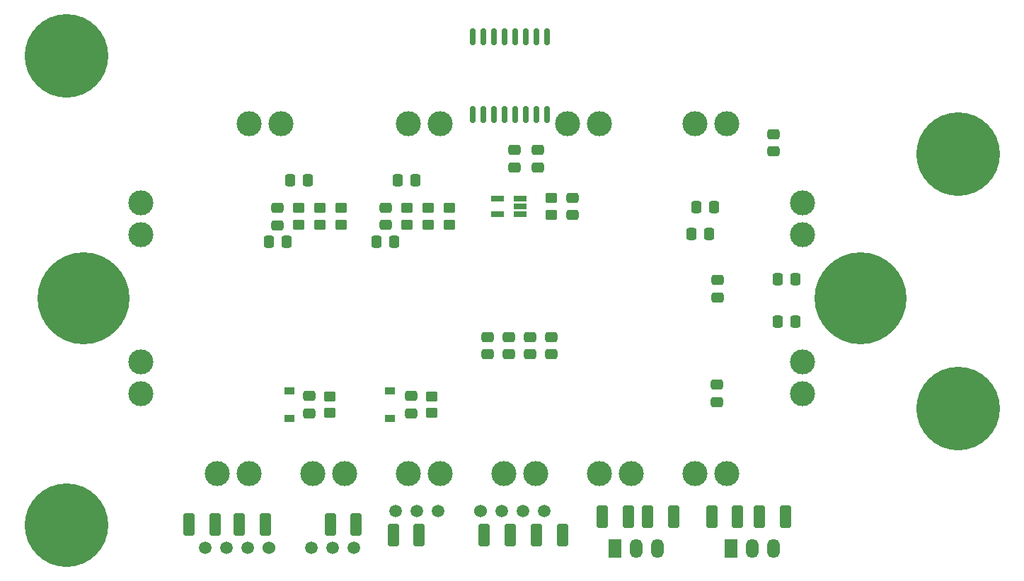
<source format=gbr>
%TF.GenerationSoftware,KiCad,Pcbnew,(6.0.1)*%
%TF.CreationDate,2023-04-21T13:11:10+03:00*%
%TF.ProjectId,Driver_Inductor,44726976-6572-45f4-996e-647563746f72,rev?*%
%TF.SameCoordinates,Original*%
%TF.FileFunction,Soldermask,Bot*%
%TF.FilePolarity,Negative*%
%FSLAX46Y46*%
G04 Gerber Fmt 4.6, Leading zero omitted, Abs format (unit mm)*
G04 Created by KiCad (PCBNEW (6.0.1)) date 2023-04-21 13:11:10*
%MOMM*%
%LPD*%
G01*
G04 APERTURE LIST*
G04 Aperture macros list*
%AMRoundRect*
0 Rectangle with rounded corners*
0 $1 Rounding radius*
0 $2 $3 $4 $5 $6 $7 $8 $9 X,Y pos of 4 corners*
0 Add a 4 corners polygon primitive as box body*
4,1,4,$2,$3,$4,$5,$6,$7,$8,$9,$2,$3,0*
0 Add four circle primitives for the rounded corners*
1,1,$1+$1,$2,$3*
1,1,$1+$1,$4,$5*
1,1,$1+$1,$6,$7*
1,1,$1+$1,$8,$9*
0 Add four rect primitives between the rounded corners*
20,1,$1+$1,$2,$3,$4,$5,0*
20,1,$1+$1,$4,$5,$6,$7,0*
20,1,$1+$1,$6,$7,$8,$9,0*
20,1,$1+$1,$8,$9,$2,$3,0*%
G04 Aperture macros list end*
%ADD10C,10.000000*%
%ADD11C,1.524000*%
%ADD12C,11.000000*%
%ADD13C,3.000000*%
%ADD14R,1.500000X2.300000*%
%ADD15O,1.500000X2.300000*%
%ADD16C,1.500000*%
%ADD17RoundRect,0.250000X-0.475000X0.337500X-0.475000X-0.337500X0.475000X-0.337500X0.475000X0.337500X0*%
%ADD18RoundRect,0.250000X0.475000X-0.337500X0.475000X0.337500X-0.475000X0.337500X-0.475000X-0.337500X0*%
%ADD19RoundRect,0.250000X0.450000X-0.350000X0.450000X0.350000X-0.450000X0.350000X-0.450000X-0.350000X0*%
%ADD20RoundRect,0.250000X0.337500X0.475000X-0.337500X0.475000X-0.337500X-0.475000X0.337500X-0.475000X0*%
%ADD21RoundRect,0.250000X-0.450000X0.350000X-0.450000X-0.350000X0.450000X-0.350000X0.450000X0.350000X0*%
%ADD22RoundRect,0.250000X-0.337500X-0.475000X0.337500X-0.475000X0.337500X0.475000X-0.337500X0.475000X0*%
%ADD23RoundRect,0.250000X0.412500X1.100000X-0.412500X1.100000X-0.412500X-1.100000X0.412500X-1.100000X0*%
%ADD24RoundRect,0.250000X-0.412500X-1.100000X0.412500X-1.100000X0.412500X1.100000X-0.412500X1.100000X0*%
%ADD25R,1.560000X0.650000*%
%ADD26RoundRect,0.150000X-0.150000X0.875000X-0.150000X-0.875000X0.150000X-0.875000X0.150000X0.875000X0*%
%ADD27R,1.200000X0.900000*%
G04 APERTURE END LIST*
D10*
%TO.C,J5*%
X203200000Y-79970000D03*
D11*
X200152000Y-82510000D03*
X200406000Y-77176000D03*
X205994000Y-77176000D03*
X205994000Y-82510000D03*
X207010000Y-79970000D03*
X199390000Y-79970000D03*
X203200000Y-83780000D03*
X203200000Y-75906000D03*
%TD*%
D10*
%TO.C,J4*%
X203200000Y-110490000D03*
D11*
X200152000Y-113030000D03*
X200406000Y-107696000D03*
X205994000Y-107696000D03*
X205994000Y-113030000D03*
X207010000Y-110490000D03*
X199390000Y-110490000D03*
X203200000Y-114300000D03*
X203200000Y-106426000D03*
%TD*%
D10*
%TO.C,J3*%
X96520000Y-124460000D03*
D11*
X93472000Y-127000000D03*
X93726000Y-121666000D03*
X99314000Y-121666000D03*
X99314000Y-127000000D03*
X100330000Y-124460000D03*
X92710000Y-124460000D03*
X96520000Y-128270000D03*
X96520000Y-120396000D03*
%TD*%
D10*
%TO.C,J2*%
X96520000Y-68199000D03*
D11*
X93472000Y-70739000D03*
X93726000Y-65405000D03*
X99314000Y-65405000D03*
X99314000Y-70739000D03*
X100330000Y-68199000D03*
X92710000Y-68199000D03*
X96520000Y-72009000D03*
X96520000Y-64135000D03*
%TD*%
D12*
%TO.C,D20*%
X98552000Y-97282000D03*
X191552000Y-97282000D03*
D13*
X114572000Y-118232000D03*
X118382000Y-118232000D03*
X126002000Y-118232000D03*
X129812000Y-118232000D03*
X137432000Y-118232000D03*
X141242000Y-118232000D03*
X148862000Y-118232000D03*
X152672000Y-118232000D03*
X160292000Y-118232000D03*
X164102000Y-118232000D03*
X171722000Y-118232000D03*
X175532000Y-118232000D03*
X184652000Y-108712000D03*
X184652000Y-104902000D03*
X184652000Y-89662000D03*
X184652000Y-85852000D03*
X175532000Y-76332000D03*
X171722000Y-76332000D03*
X160292000Y-76332000D03*
X156482000Y-76332000D03*
X141242000Y-76332000D03*
X137432000Y-76332000D03*
X122192000Y-76332000D03*
X118382000Y-76332000D03*
X105452000Y-85852000D03*
X105452000Y-89662000D03*
X105452000Y-104902000D03*
X105452000Y-108712000D03*
%TD*%
D14*
%TO.C,U1*%
X162217500Y-127254000D03*
D15*
X164757500Y-127254000D03*
X167297500Y-127254000D03*
%TD*%
D16*
%TO.C,D16*%
X135928500Y-122758000D03*
X138468500Y-122758000D03*
X141008500Y-122758000D03*
D11*
X146088500Y-122758000D03*
D16*
X148628500Y-122758000D03*
X151168500Y-122758000D03*
X153708500Y-122758000D03*
%TD*%
D14*
%TO.C,U2*%
X176026500Y-127258500D03*
D15*
X178566500Y-127258500D03*
X181106500Y-127258500D03*
%TD*%
D16*
%TO.C,D15*%
X130937000Y-127179000D03*
X128397000Y-127179000D03*
X125857000Y-127179000D03*
D11*
X120777000Y-127179000D03*
D16*
X118237000Y-127179000D03*
X115697000Y-127179000D03*
X113157000Y-127179000D03*
%TD*%
D17*
%TO.C,C6*%
X125603000Y-108944500D03*
X125603000Y-111019500D03*
%TD*%
D18*
%TO.C,C14*%
X149453600Y-103958300D03*
X149453600Y-101883300D03*
%TD*%
D17*
%TO.C,C28*%
X150114000Y-79480500D03*
X150114000Y-81555500D03*
%TD*%
D19*
%TO.C,R32*%
X128016000Y-110982000D03*
X128016000Y-108982000D03*
%TD*%
%TO.C,R14*%
X129438400Y-88452200D03*
X129438400Y-86452200D03*
%TD*%
D18*
%TO.C,C16*%
X174396400Y-109682700D03*
X174396400Y-107607700D03*
%TD*%
D20*
%TO.C,C9*%
X138299100Y-83108800D03*
X136224100Y-83108800D03*
%TD*%
D21*
%TO.C,R16*%
X137261600Y-86426800D03*
X137261600Y-88426800D03*
%TD*%
D22*
%TO.C,C1*%
X120780900Y-90500200D03*
X122855900Y-90500200D03*
%TD*%
D23*
%TO.C,C23*%
X120346000Y-124333000D03*
X117221000Y-124333000D03*
%TD*%
D18*
%TO.C,C36*%
X174447200Y-97156600D03*
X174447200Y-95081600D03*
%TD*%
D21*
%TO.C,R12*%
X126898400Y-86452200D03*
X126898400Y-88452200D03*
%TD*%
D20*
%TO.C,C35*%
X183765100Y-100025200D03*
X181690100Y-100025200D03*
%TD*%
D24*
%TO.C,C20*%
X173736000Y-123448500D03*
X176861000Y-123448500D03*
%TD*%
D25*
%TO.C,U6*%
X150854400Y-85308400D03*
X150854400Y-86258400D03*
X150854400Y-87208400D03*
X148154400Y-87208400D03*
X148154400Y-85308400D03*
%TD*%
D17*
%TO.C,C5*%
X137795000Y-108944500D03*
X137795000Y-111019500D03*
%TD*%
D26*
%TO.C,D17*%
X145161000Y-65962000D03*
X146431000Y-65962000D03*
X147701000Y-65962000D03*
X148971000Y-65962000D03*
X150241000Y-65962000D03*
X151511000Y-65962000D03*
X152781000Y-65962000D03*
X154051000Y-65962000D03*
X154051000Y-75262000D03*
X152781000Y-75262000D03*
X151511000Y-75262000D03*
X150241000Y-75262000D03*
X148971000Y-75262000D03*
X147701000Y-75262000D03*
X146431000Y-75262000D03*
X145161000Y-75262000D03*
%TD*%
D17*
%TO.C,C4*%
X134721600Y-86389300D03*
X134721600Y-88464300D03*
%TD*%
D19*
%TO.C,R33*%
X140208000Y-110982000D03*
X140208000Y-108982000D03*
%TD*%
D18*
%TO.C,C11*%
X154533600Y-103958300D03*
X154533600Y-101883300D03*
%TD*%
D27*
%TO.C,D3*%
X135255000Y-108332000D03*
X135255000Y-111632000D03*
%TD*%
D23*
%TO.C,C21*%
X169202500Y-123444000D03*
X166077500Y-123444000D03*
%TD*%
D27*
%TO.C,D4*%
X123190000Y-108332000D03*
X123190000Y-111632000D03*
%TD*%
D18*
%TO.C,C12*%
X146913600Y-103958300D03*
X146913600Y-101883300D03*
%TD*%
D24*
%TO.C,C18*%
X128104500Y-124333000D03*
X131229500Y-124333000D03*
%TD*%
D21*
%TO.C,R31*%
X154584400Y-85258400D03*
X154584400Y-87258400D03*
%TD*%
D23*
%TO.C,C22*%
X182576000Y-123448500D03*
X179451000Y-123448500D03*
%TD*%
D18*
%TO.C,C30*%
X181102000Y-79650500D03*
X181102000Y-77575500D03*
%TD*%
D24*
%TO.C,C19*%
X160655000Y-123444000D03*
X163780000Y-123444000D03*
%TD*%
D19*
%TO.C,R17*%
X142341600Y-88426800D03*
X142341600Y-86426800D03*
%TD*%
D22*
%TO.C,C2*%
X133684100Y-90474800D03*
X135759100Y-90474800D03*
%TD*%
D20*
%TO.C,C7*%
X125395900Y-83134200D03*
X123320900Y-83134200D03*
%TD*%
D22*
%TO.C,C31*%
X171915000Y-86360000D03*
X173990000Y-86360000D03*
%TD*%
D18*
%TO.C,C13*%
X151993600Y-103958300D03*
X151993600Y-101883300D03*
%TD*%
D23*
%TO.C,C24*%
X114338500Y-124333000D03*
X111213500Y-124333000D03*
%TD*%
D21*
%TO.C,R11*%
X124358400Y-86452200D03*
X124358400Y-88452200D03*
%TD*%
D20*
%TO.C,C34*%
X183765100Y-94945200D03*
X181690100Y-94945200D03*
%TD*%
D17*
%TO.C,C27*%
X152908000Y-79480500D03*
X152908000Y-81555500D03*
%TD*%
D23*
%TO.C,C17*%
X138761000Y-125603000D03*
X135636000Y-125603000D03*
%TD*%
D21*
%TO.C,R18*%
X139801600Y-86426800D03*
X139801600Y-88426800D03*
%TD*%
D17*
%TO.C,C3*%
X121818400Y-86414700D03*
X121818400Y-88489700D03*
%TD*%
D24*
%TO.C,C25*%
X146481000Y-125603000D03*
X149606000Y-125603000D03*
%TD*%
%TO.C,C26*%
X152781000Y-125603000D03*
X155906000Y-125603000D03*
%TD*%
D17*
%TO.C,C37*%
X157124400Y-85220900D03*
X157124400Y-87295900D03*
%TD*%
D20*
%TO.C,C33*%
X173409900Y-89535000D03*
X171334900Y-89535000D03*
%TD*%
M02*

</source>
